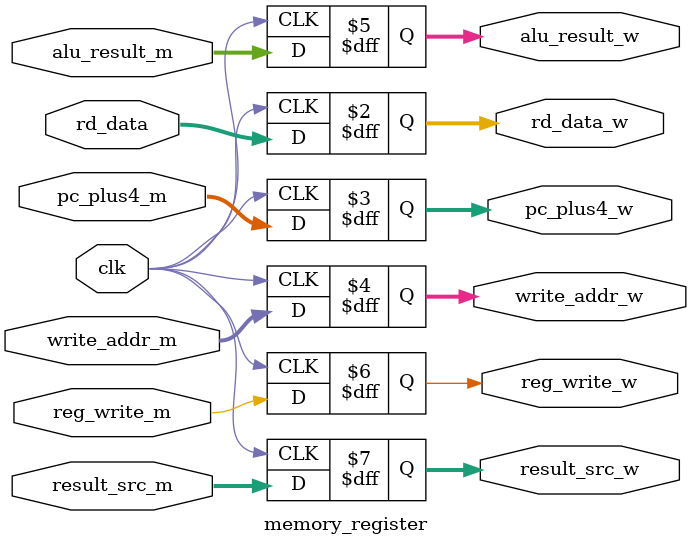
<source format=sv>
module memory_register(clk, rd_data, pc_plus4_m, rd_data_w, pc_plus4_w, write_addr_m, write_addr_w, reg_write_m, result_src_m, reg_write_w, result_src_w, alu_result_m, alu_result_w);
    input logic clk;
    input logic [31:0] rd_data, pc_plus4_m;
    output logic [31:0] rd_data_w, pc_plus4_w;

    input logic [4:0] write_addr_m;
    output logic [4:0] write_addr_w;

    input logic [31:0] alu_result_m;
    output logic [31:0] alu_result_w;

    //From Control Unit
    input logic reg_write_m;
    input logic [1:0] result_src_m;
    output logic reg_write_w;
    output logic [1:0] result_src_w;

    always_ff @(posedge clk) begin
        rd_data_w <= rd_data;
        pc_plus4_w <= pc_plus4_m;
        write_addr_w <= write_addr_m;
        alu_result_w <= alu_result_m;
        //Control Unit
        result_src_w <= result_src_m;
        reg_write_w <= reg_write_m;
    end

endmodule
</source>
